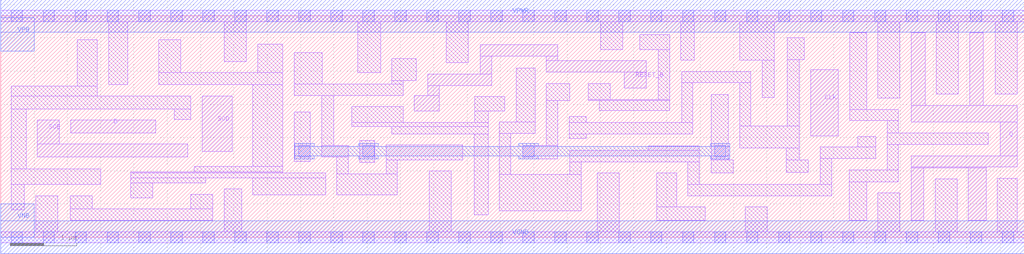
<source format=lef>
# Copyright 2020 The SkyWater PDK Authors
#
# Licensed under the Apache License, Version 2.0 (the "License");
# you may not use this file except in compliance with the License.
# You may obtain a copy of the License at
#
#     https://www.apache.org/licenses/LICENSE-2.0
#
# Unless required by applicable law or agreed to in writing, software
# distributed under the License is distributed on an "AS IS" BASIS,
# WITHOUT WARRANTIES OR CONDITIONS OF ANY KIND, either express or implied.
# See the License for the specific language governing permissions and
# limitations under the License.
#
# SPDX-License-Identifier: Apache-2.0

VERSION 5.5 ;
NAMESCASESENSITIVE ON ;
BUSBITCHARS "[]" ;
DIVIDERCHAR "/" ;
MACRO sky130_fd_sc_lp__sdfrtp_4
  CLASS CORE ;
  SOURCE USER ;
  ORIGIN  0.000000  0.000000 ;
  SIZE  15.36000 BY  3.330000 ;
  SYMMETRY X Y R90 ;
  SITE unit ;
  PIN D
    ANTENNAGATEAREA  0.159000 ;
    DIRECTION INPUT ;
    USE SIGNAL ;
    PORT
      LAYER li1 ;
        RECT 1.050000 1.570000 2.325000 1.760000 ;
    END
  END D
  PIN Q
    ANTENNADIFFAREA  1.209600 ;
    DIRECTION OUTPUT ;
    USE SIGNAL ;
    PORT
      LAYER li1 ;
        RECT 13.665000 0.255000 13.855000 1.045000 ;
        RECT 13.665000 1.045000 14.790000 1.055000 ;
        RECT 13.665000 1.055000 15.260000 1.225000 ;
        RECT 13.665000 1.735000 15.260000 1.985000 ;
        RECT 13.665000 1.985000 13.875000 3.075000 ;
        RECT 14.525000 0.255000 14.790000 1.045000 ;
        RECT 14.545000 1.985000 14.745000 3.075000 ;
        RECT 15.000000 1.225000 15.260000 1.735000 ;
    END
  END Q
  PIN RESET_B
    ANTENNAGATEAREA  0.411000 ;
    DIRECTION INPUT ;
    USE SIGNAL ;
    PORT
      LAYER li1 ;
        RECT 6.210000 1.895000 6.580000 2.130000 ;
        RECT 6.410000 2.130000 6.580000 2.285000 ;
        RECT 6.410000 2.285000 7.370000 2.455000 ;
        RECT 7.200000 2.455000 7.370000 2.725000 ;
        RECT 7.200000 2.725000 8.360000 2.895000 ;
        RECT 8.190000 2.485000 9.690000 2.655000 ;
        RECT 8.190000 2.655000 8.360000 2.725000 ;
        RECT 9.360000 2.245000 9.690000 2.485000 ;
    END
  END RESET_B
  PIN SCD
    ANTENNAGATEAREA  0.159000 ;
    DIRECTION INPUT ;
    USE SIGNAL ;
    PORT
      LAYER li1 ;
        RECT 3.025000 1.290000 3.475000 2.125000 ;
    END
  END SCD
  PIN SCE
    ANTENNAGATEAREA  0.318000 ;
    DIRECTION INPUT ;
    USE SIGNAL ;
    PORT
      LAYER li1 ;
        RECT 0.550000 1.205000 2.805000 1.400000 ;
        RECT 0.550000 1.400000 0.880000 1.760000 ;
    END
  END SCE
  PIN CLK
    ANTENNAGATEAREA  0.315000 ;
    DIRECTION INPUT ;
    USE CLOCK ;
    PORT
      LAYER li1 ;
        RECT 12.155000 1.525000 12.570000 2.525000 ;
    END
  END CLK
  PIN VGND
    DIRECTION INOUT ;
    USE GROUND ;
    PORT
      LAYER met1 ;
        RECT 0.000000 -0.245000 15.360000 0.245000 ;
    END
  END VGND
  PIN VNB
    DIRECTION INOUT ;
    USE GROUND ;
    PORT
      LAYER met1 ;
        RECT 0.000000 0.000000 0.500000 0.500000 ;
    END
  END VNB
  PIN VPB
    DIRECTION INOUT ;
    USE POWER ;
    PORT
      LAYER met1 ;
        RECT 0.000000 2.800000 0.500000 3.300000 ;
    END
  END VPB
  PIN VPWR
    DIRECTION INOUT ;
    USE POWER ;
    PORT
      LAYER met1 ;
        RECT 0.000000 3.085000 15.360000 3.575000 ;
    END
  END VPWR
  OBS
    LAYER li1 ;
      RECT  0.000000 -0.085000 15.360000 0.085000 ;
      RECT  0.000000  3.245000 15.360000 3.415000 ;
      RECT  0.155000  0.415000  0.355000 0.795000 ;
      RECT  0.155000  0.795000  1.500000 1.030000 ;
      RECT  0.155000  1.030000  0.380000 1.930000 ;
      RECT  0.155000  1.930000  2.855000 2.125000 ;
      RECT  0.155000  2.125000  1.450000 2.275000 ;
      RECT  0.525000  0.085000  0.855000 0.625000 ;
      RECT  1.045000  0.255000  3.185000 0.425000 ;
      RECT  1.045000  0.425000  1.375000 0.625000 ;
      RECT  1.150000  2.275000  1.450000 2.975000 ;
      RECT  1.620000  2.295000  1.910000 3.245000 ;
      RECT  1.950000  0.595000  2.280000 0.815000 ;
      RECT  1.950000  0.815000  3.075000 0.895000 ;
      RECT  1.950000  0.895000  4.875000 0.970000 ;
      RECT  1.950000  0.970000  4.235000 0.985000 ;
      RECT  2.370000  2.295000  4.235000 2.475000 ;
      RECT  2.370000  2.475000  2.700000 2.975000 ;
      RECT  2.605000  1.770000  2.855000 1.930000 ;
      RECT  2.855000  0.425000  3.185000 0.645000 ;
      RECT  2.905000  0.985000  4.235000 1.065000 ;
      RECT  3.355000  0.085000  3.615000 0.725000 ;
      RECT  3.355000  2.645000  3.685000 3.245000 ;
      RECT  3.780000  1.065000  4.235000 2.295000 ;
      RECT  3.785000  0.640000  4.875000 0.895000 ;
      RECT  3.855000  2.475000  4.235000 2.905000 ;
      RECT  4.405000  1.140000  4.645000 1.880000 ;
      RECT  4.405000  2.135000  6.040000 2.305000 ;
      RECT  4.405000  2.305000  4.825000 2.775000 ;
      RECT  4.815000  1.210000  5.215000 1.380000 ;
      RECT  4.815000  1.380000  4.995000 2.135000 ;
      RECT  5.045000  0.640000  5.955000 0.955000 ;
      RECT  5.045000  0.955000  5.215000 1.210000 ;
      RECT  5.265000  1.665000  7.315000 1.725000 ;
      RECT  5.265000  1.725000  6.040000 1.965000 ;
      RECT  5.360000  2.475000  5.700000 3.245000 ;
      RECT  5.385000  1.125000  5.615000 1.455000 ;
      RECT  5.785000  0.955000  5.955000 1.165000 ;
      RECT  5.785000  1.165000  6.935000 1.385000 ;
      RECT  5.870000  1.555000  7.315000 1.665000 ;
      RECT  5.870000  2.305000  6.040000 2.360000 ;
      RECT  5.870000  2.360000  6.240000 2.690000 ;
      RECT  6.435000  0.085000  6.765000 0.995000 ;
      RECT  6.690000  2.625000  7.020000 3.245000 ;
      RECT  7.105000  0.335000  7.315000 1.555000 ;
      RECT  7.115000  1.725000  7.315000 1.900000 ;
      RECT  7.115000  1.900000  7.565000 2.115000 ;
      RECT  7.485000  0.395000  8.710000 0.945000 ;
      RECT  7.485000  0.945000  7.655000 1.560000 ;
      RECT  7.485000  1.560000  8.020000 1.730000 ;
      RECT  7.735000  1.730000  8.020000 2.545000 ;
      RECT  7.835000  1.175000  8.360000 1.380000 ;
      RECT  8.190000  1.380000  8.360000 2.055000 ;
      RECT  8.190000  2.055000  8.540000 2.315000 ;
      RECT  8.530000  1.485000  8.790000 1.555000 ;
      RECT  8.530000  1.555000 10.390000 1.725000 ;
      RECT  8.530000  1.725000  8.790000 1.815000 ;
      RECT  8.540000  0.945000  8.710000 1.135000 ;
      RECT  8.540000  1.135000 10.485000 1.305000 ;
      RECT  8.820000  2.055000 10.040000 2.075000 ;
      RECT  8.820000  2.075000  9.150000 2.315000 ;
      RECT  8.955000  0.085000  9.285000 0.965000 ;
      RECT  8.980000  1.905000 10.040000 2.055000 ;
      RECT  9.005000  2.825000  9.335000 3.245000 ;
      RECT  9.595000  2.825000 10.040000 3.045000 ;
      RECT  9.720000  1.305000 10.485000 1.375000 ;
      RECT  9.845000  0.255000 10.575000 0.455000 ;
      RECT  9.845000  0.455000 10.145000 0.965000 ;
      RECT  9.870000  2.075000 10.040000 2.825000 ;
      RECT 10.210000  2.665000 10.410000 3.245000 ;
      RECT 10.220000  1.725000 10.390000 2.325000 ;
      RECT 10.220000  2.325000 11.260000 2.495000 ;
      RECT 10.315000  0.625000 12.470000 0.795000 ;
      RECT 10.315000  0.795000 10.485000 1.135000 ;
      RECT 10.665000  0.965000 10.995000 1.165000 ;
      RECT 10.665000  1.165000 10.920000 2.145000 ;
      RECT 11.090000  1.345000 11.985000 1.675000 ;
      RECT 11.090000  1.675000 11.260000 2.325000 ;
      RECT 11.095000  2.665000 11.610000 3.245000 ;
      RECT 11.175000  0.085000 11.505000 0.455000 ;
      RECT 11.430000  2.105000 11.610000 2.665000 ;
      RECT 11.790000  0.975000 12.120000 1.165000 ;
      RECT 11.790000  1.165000 11.985000 1.345000 ;
      RECT 11.805000  1.675000 11.985000 2.670000 ;
      RECT 11.805000  2.670000 12.060000 3.000000 ;
      RECT 12.300000  0.795000 12.470000 1.185000 ;
      RECT 12.300000  1.185000 13.135000 1.355000 ;
      RECT 12.735000  0.255000 12.995000 0.835000 ;
      RECT 12.735000  0.835000 13.475000 1.015000 ;
      RECT 12.740000  1.755000 13.475000 1.925000 ;
      RECT 12.740000  1.925000 12.995000 3.075000 ;
      RECT 12.860000  1.355000 13.135000 1.515000 ;
      RECT 13.165000  0.085000 13.495000 0.665000 ;
      RECT 13.165000  2.095000 13.495000 3.245000 ;
      RECT 13.305000  1.015000 13.475000 1.395000 ;
      RECT 13.305000  1.395000 14.820000 1.565000 ;
      RECT 13.305000  1.565000 13.475000 1.755000 ;
      RECT 14.025000  0.085000 14.355000 0.875000 ;
      RECT 14.045000  2.155000 14.375000 3.245000 ;
      RECT 14.925000  2.155000 15.255000 3.245000 ;
      RECT 14.960000  0.085000 15.255000 0.885000 ;
    LAYER mcon ;
      RECT  0.155000 -0.085000  0.325000 0.085000 ;
      RECT  0.155000  3.245000  0.325000 3.415000 ;
      RECT  0.635000 -0.085000  0.805000 0.085000 ;
      RECT  0.635000  3.245000  0.805000 3.415000 ;
      RECT  1.115000 -0.085000  1.285000 0.085000 ;
      RECT  1.115000  3.245000  1.285000 3.415000 ;
      RECT  1.595000 -0.085000  1.765000 0.085000 ;
      RECT  1.595000  3.245000  1.765000 3.415000 ;
      RECT  2.075000 -0.085000  2.245000 0.085000 ;
      RECT  2.075000  3.245000  2.245000 3.415000 ;
      RECT  2.555000 -0.085000  2.725000 0.085000 ;
      RECT  2.555000  3.245000  2.725000 3.415000 ;
      RECT  3.035000 -0.085000  3.205000 0.085000 ;
      RECT  3.035000  3.245000  3.205000 3.415000 ;
      RECT  3.515000 -0.085000  3.685000 0.085000 ;
      RECT  3.515000  3.245000  3.685000 3.415000 ;
      RECT  3.995000 -0.085000  4.165000 0.085000 ;
      RECT  3.995000  3.245000  4.165000 3.415000 ;
      RECT  4.475000 -0.085000  4.645000 0.085000 ;
      RECT  4.475000  1.210000  4.645000 1.380000 ;
      RECT  4.475000  3.245000  4.645000 3.415000 ;
      RECT  4.955000 -0.085000  5.125000 0.085000 ;
      RECT  4.955000  3.245000  5.125000 3.415000 ;
      RECT  5.435000 -0.085000  5.605000 0.085000 ;
      RECT  5.435000  1.210000  5.605000 1.380000 ;
      RECT  5.435000  3.245000  5.605000 3.415000 ;
      RECT  5.915000 -0.085000  6.085000 0.085000 ;
      RECT  5.915000  3.245000  6.085000 3.415000 ;
      RECT  6.395000 -0.085000  6.565000 0.085000 ;
      RECT  6.395000  3.245000  6.565000 3.415000 ;
      RECT  6.875000 -0.085000  7.045000 0.085000 ;
      RECT  6.875000  3.245000  7.045000 3.415000 ;
      RECT  7.355000 -0.085000  7.525000 0.085000 ;
      RECT  7.355000  3.245000  7.525000 3.415000 ;
      RECT  7.835000 -0.085000  8.005000 0.085000 ;
      RECT  7.835000  1.210000  8.005000 1.380000 ;
      RECT  7.835000  3.245000  8.005000 3.415000 ;
      RECT  8.315000 -0.085000  8.485000 0.085000 ;
      RECT  8.315000  3.245000  8.485000 3.415000 ;
      RECT  8.795000 -0.085000  8.965000 0.085000 ;
      RECT  8.795000  3.245000  8.965000 3.415000 ;
      RECT  9.275000 -0.085000  9.445000 0.085000 ;
      RECT  9.275000  3.245000  9.445000 3.415000 ;
      RECT  9.755000 -0.085000  9.925000 0.085000 ;
      RECT  9.755000  3.245000  9.925000 3.415000 ;
      RECT 10.235000 -0.085000 10.405000 0.085000 ;
      RECT 10.235000  3.245000 10.405000 3.415000 ;
      RECT 10.715000 -0.085000 10.885000 0.085000 ;
      RECT 10.715000  1.210000 10.885000 1.380000 ;
      RECT 10.715000  3.245000 10.885000 3.415000 ;
      RECT 11.195000 -0.085000 11.365000 0.085000 ;
      RECT 11.195000  3.245000 11.365000 3.415000 ;
      RECT 11.675000 -0.085000 11.845000 0.085000 ;
      RECT 11.675000  3.245000 11.845000 3.415000 ;
      RECT 12.155000 -0.085000 12.325000 0.085000 ;
      RECT 12.155000  3.245000 12.325000 3.415000 ;
      RECT 12.635000 -0.085000 12.805000 0.085000 ;
      RECT 12.635000  3.245000 12.805000 3.415000 ;
      RECT 13.115000 -0.085000 13.285000 0.085000 ;
      RECT 13.115000  3.245000 13.285000 3.415000 ;
      RECT 13.595000 -0.085000 13.765000 0.085000 ;
      RECT 13.595000  3.245000 13.765000 3.415000 ;
      RECT 14.075000 -0.085000 14.245000 0.085000 ;
      RECT 14.075000  3.245000 14.245000 3.415000 ;
      RECT 14.555000 -0.085000 14.725000 0.085000 ;
      RECT 14.555000  3.245000 14.725000 3.415000 ;
      RECT 15.035000 -0.085000 15.205000 0.085000 ;
      RECT 15.035000  3.245000 15.205000 3.415000 ;
    LAYER met1 ;
      RECT  4.415000 1.180000  4.705000 1.225000 ;
      RECT  4.415000 1.225000 10.945000 1.365000 ;
      RECT  4.415000 1.365000  4.705000 1.410000 ;
      RECT  5.375000 1.180000  5.665000 1.225000 ;
      RECT  5.375000 1.365000  5.665000 1.410000 ;
      RECT  7.775000 1.180000  8.065000 1.225000 ;
      RECT  7.775000 1.365000  8.065000 1.410000 ;
      RECT 10.655000 1.180000 10.945000 1.225000 ;
      RECT 10.655000 1.365000 10.945000 1.410000 ;
  END
END sky130_fd_sc_lp__sdfrtp_4

</source>
